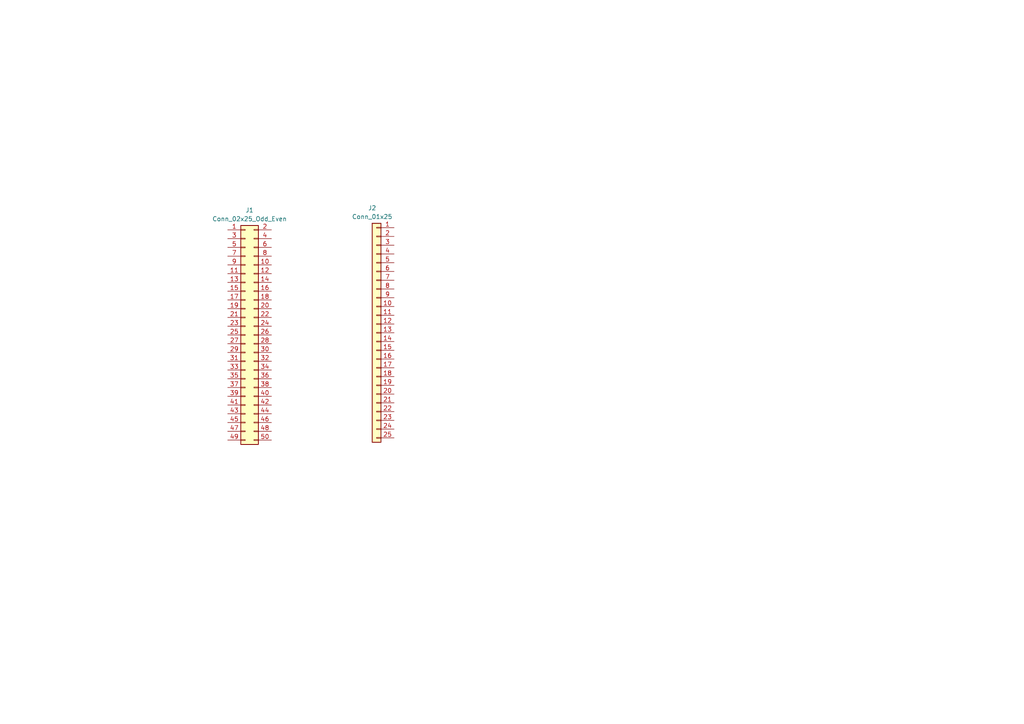
<source format=kicad_sch>
(kicad_sch (version 20230121) (generator eeschema)

  (uuid 533aabac-18f4-473b-a6f8-362f7e34e8ac)

  (paper "A4")

  (lib_symbols
    (symbol "Connector_Generic:Conn_01x25" (pin_names (offset 1.016) hide) (in_bom yes) (on_board yes)
      (property "Reference" "J" (at 0 33.02 0)
        (effects (font (size 1.27 1.27)))
      )
      (property "Value" "Conn_01x25" (at 0 -33.02 0)
        (effects (font (size 1.27 1.27)))
      )
      (property "Footprint" "" (at 0 0 0)
        (effects (font (size 1.27 1.27)) hide)
      )
      (property "Datasheet" "~" (at 0 0 0)
        (effects (font (size 1.27 1.27)) hide)
      )
      (property "ki_keywords" "connector" (at 0 0 0)
        (effects (font (size 1.27 1.27)) hide)
      )
      (property "ki_description" "Generic connector, single row, 01x25, script generated (kicad-library-utils/schlib/autogen/connector/)" (at 0 0 0)
        (effects (font (size 1.27 1.27)) hide)
      )
      (property "ki_fp_filters" "Connector*:*_1x??_*" (at 0 0 0)
        (effects (font (size 1.27 1.27)) hide)
      )
      (symbol "Conn_01x25_1_1"
        (rectangle (start -1.27 -30.353) (end 0 -30.607)
          (stroke (width 0.1524) (type default))
          (fill (type none))
        )
        (rectangle (start -1.27 -27.813) (end 0 -28.067)
          (stroke (width 0.1524) (type default))
          (fill (type none))
        )
        (rectangle (start -1.27 -25.273) (end 0 -25.527)
          (stroke (width 0.1524) (type default))
          (fill (type none))
        )
        (rectangle (start -1.27 -22.733) (end 0 -22.987)
          (stroke (width 0.1524) (type default))
          (fill (type none))
        )
        (rectangle (start -1.27 -20.193) (end 0 -20.447)
          (stroke (width 0.1524) (type default))
          (fill (type none))
        )
        (rectangle (start -1.27 -17.653) (end 0 -17.907)
          (stroke (width 0.1524) (type default))
          (fill (type none))
        )
        (rectangle (start -1.27 -15.113) (end 0 -15.367)
          (stroke (width 0.1524) (type default))
          (fill (type none))
        )
        (rectangle (start -1.27 -12.573) (end 0 -12.827)
          (stroke (width 0.1524) (type default))
          (fill (type none))
        )
        (rectangle (start -1.27 -10.033) (end 0 -10.287)
          (stroke (width 0.1524) (type default))
          (fill (type none))
        )
        (rectangle (start -1.27 -7.493) (end 0 -7.747)
          (stroke (width 0.1524) (type default))
          (fill (type none))
        )
        (rectangle (start -1.27 -4.953) (end 0 -5.207)
          (stroke (width 0.1524) (type default))
          (fill (type none))
        )
        (rectangle (start -1.27 -2.413) (end 0 -2.667)
          (stroke (width 0.1524) (type default))
          (fill (type none))
        )
        (rectangle (start -1.27 0.127) (end 0 -0.127)
          (stroke (width 0.1524) (type default))
          (fill (type none))
        )
        (rectangle (start -1.27 2.667) (end 0 2.413)
          (stroke (width 0.1524) (type default))
          (fill (type none))
        )
        (rectangle (start -1.27 5.207) (end 0 4.953)
          (stroke (width 0.1524) (type default))
          (fill (type none))
        )
        (rectangle (start -1.27 7.747) (end 0 7.493)
          (stroke (width 0.1524) (type default))
          (fill (type none))
        )
        (rectangle (start -1.27 10.287) (end 0 10.033)
          (stroke (width 0.1524) (type default))
          (fill (type none))
        )
        (rectangle (start -1.27 12.827) (end 0 12.573)
          (stroke (width 0.1524) (type default))
          (fill (type none))
        )
        (rectangle (start -1.27 15.367) (end 0 15.113)
          (stroke (width 0.1524) (type default))
          (fill (type none))
        )
        (rectangle (start -1.27 17.907) (end 0 17.653)
          (stroke (width 0.1524) (type default))
          (fill (type none))
        )
        (rectangle (start -1.27 20.447) (end 0 20.193)
          (stroke (width 0.1524) (type default))
          (fill (type none))
        )
        (rectangle (start -1.27 22.987) (end 0 22.733)
          (stroke (width 0.1524) (type default))
          (fill (type none))
        )
        (rectangle (start -1.27 25.527) (end 0 25.273)
          (stroke (width 0.1524) (type default))
          (fill (type none))
        )
        (rectangle (start -1.27 28.067) (end 0 27.813)
          (stroke (width 0.1524) (type default))
          (fill (type none))
        )
        (rectangle (start -1.27 30.607) (end 0 30.353)
          (stroke (width 0.1524) (type default))
          (fill (type none))
        )
        (rectangle (start -1.27 31.75) (end 1.27 -31.75)
          (stroke (width 0.254) (type default))
          (fill (type background))
        )
        (pin passive line (at -5.08 30.48 0) (length 3.81)
          (name "Pin_1" (effects (font (size 1.27 1.27))))
          (number "1" (effects (font (size 1.27 1.27))))
        )
        (pin passive line (at -5.08 7.62 0) (length 3.81)
          (name "Pin_10" (effects (font (size 1.27 1.27))))
          (number "10" (effects (font (size 1.27 1.27))))
        )
        (pin passive line (at -5.08 5.08 0) (length 3.81)
          (name "Pin_11" (effects (font (size 1.27 1.27))))
          (number "11" (effects (font (size 1.27 1.27))))
        )
        (pin passive line (at -5.08 2.54 0) (length 3.81)
          (name "Pin_12" (effects (font (size 1.27 1.27))))
          (number "12" (effects (font (size 1.27 1.27))))
        )
        (pin passive line (at -5.08 0 0) (length 3.81)
          (name "Pin_13" (effects (font (size 1.27 1.27))))
          (number "13" (effects (font (size 1.27 1.27))))
        )
        (pin passive line (at -5.08 -2.54 0) (length 3.81)
          (name "Pin_14" (effects (font (size 1.27 1.27))))
          (number "14" (effects (font (size 1.27 1.27))))
        )
        (pin passive line (at -5.08 -5.08 0) (length 3.81)
          (name "Pin_15" (effects (font (size 1.27 1.27))))
          (number "15" (effects (font (size 1.27 1.27))))
        )
        (pin passive line (at -5.08 -7.62 0) (length 3.81)
          (name "Pin_16" (effects (font (size 1.27 1.27))))
          (number "16" (effects (font (size 1.27 1.27))))
        )
        (pin passive line (at -5.08 -10.16 0) (length 3.81)
          (name "Pin_17" (effects (font (size 1.27 1.27))))
          (number "17" (effects (font (size 1.27 1.27))))
        )
        (pin passive line (at -5.08 -12.7 0) (length 3.81)
          (name "Pin_18" (effects (font (size 1.27 1.27))))
          (number "18" (effects (font (size 1.27 1.27))))
        )
        (pin passive line (at -5.08 -15.24 0) (length 3.81)
          (name "Pin_19" (effects (font (size 1.27 1.27))))
          (number "19" (effects (font (size 1.27 1.27))))
        )
        (pin passive line (at -5.08 27.94 0) (length 3.81)
          (name "Pin_2" (effects (font (size 1.27 1.27))))
          (number "2" (effects (font (size 1.27 1.27))))
        )
        (pin passive line (at -5.08 -17.78 0) (length 3.81)
          (name "Pin_20" (effects (font (size 1.27 1.27))))
          (number "20" (effects (font (size 1.27 1.27))))
        )
        (pin passive line (at -5.08 -20.32 0) (length 3.81)
          (name "Pin_21" (effects (font (size 1.27 1.27))))
          (number "21" (effects (font (size 1.27 1.27))))
        )
        (pin passive line (at -5.08 -22.86 0) (length 3.81)
          (name "Pin_22" (effects (font (size 1.27 1.27))))
          (number "22" (effects (font (size 1.27 1.27))))
        )
        (pin passive line (at -5.08 -25.4 0) (length 3.81)
          (name "Pin_23" (effects (font (size 1.27 1.27))))
          (number "23" (effects (font (size 1.27 1.27))))
        )
        (pin passive line (at -5.08 -27.94 0) (length 3.81)
          (name "Pin_24" (effects (font (size 1.27 1.27))))
          (number "24" (effects (font (size 1.27 1.27))))
        )
        (pin passive line (at -5.08 -30.48 0) (length 3.81)
          (name "Pin_25" (effects (font (size 1.27 1.27))))
          (number "25" (effects (font (size 1.27 1.27))))
        )
        (pin passive line (at -5.08 25.4 0) (length 3.81)
          (name "Pin_3" (effects (font (size 1.27 1.27))))
          (number "3" (effects (font (size 1.27 1.27))))
        )
        (pin passive line (at -5.08 22.86 0) (length 3.81)
          (name "Pin_4" (effects (font (size 1.27 1.27))))
          (number "4" (effects (font (size 1.27 1.27))))
        )
        (pin passive line (at -5.08 20.32 0) (length 3.81)
          (name "Pin_5" (effects (font (size 1.27 1.27))))
          (number "5" (effects (font (size 1.27 1.27))))
        )
        (pin passive line (at -5.08 17.78 0) (length 3.81)
          (name "Pin_6" (effects (font (size 1.27 1.27))))
          (number "6" (effects (font (size 1.27 1.27))))
        )
        (pin passive line (at -5.08 15.24 0) (length 3.81)
          (name "Pin_7" (effects (font (size 1.27 1.27))))
          (number "7" (effects (font (size 1.27 1.27))))
        )
        (pin passive line (at -5.08 12.7 0) (length 3.81)
          (name "Pin_8" (effects (font (size 1.27 1.27))))
          (number "8" (effects (font (size 1.27 1.27))))
        )
        (pin passive line (at -5.08 10.16 0) (length 3.81)
          (name "Pin_9" (effects (font (size 1.27 1.27))))
          (number "9" (effects (font (size 1.27 1.27))))
        )
      )
    )
    (symbol "Connector_Generic:Conn_02x25_Odd_Even" (pin_names (offset 1.016) hide) (in_bom yes) (on_board yes)
      (property "Reference" "J" (at 1.27 33.02 0)
        (effects (font (size 1.27 1.27)))
      )
      (property "Value" "Conn_02x25_Odd_Even" (at 1.27 -33.02 0)
        (effects (font (size 1.27 1.27)))
      )
      (property "Footprint" "" (at 0 0 0)
        (effects (font (size 1.27 1.27)) hide)
      )
      (property "Datasheet" "~" (at 0 0 0)
        (effects (font (size 1.27 1.27)) hide)
      )
      (property "ki_keywords" "connector" (at 0 0 0)
        (effects (font (size 1.27 1.27)) hide)
      )
      (property "ki_description" "Generic connector, double row, 02x25, odd/even pin numbering scheme (row 1 odd numbers, row 2 even numbers), script generated (kicad-library-utils/schlib/autogen/connector/)" (at 0 0 0)
        (effects (font (size 1.27 1.27)) hide)
      )
      (property "ki_fp_filters" "Connector*:*_2x??_*" (at 0 0 0)
        (effects (font (size 1.27 1.27)) hide)
      )
      (symbol "Conn_02x25_Odd_Even_1_1"
        (rectangle (start -1.27 -30.353) (end 0 -30.607)
          (stroke (width 0.1524) (type default))
          (fill (type none))
        )
        (rectangle (start -1.27 -27.813) (end 0 -28.067)
          (stroke (width 0.1524) (type default))
          (fill (type none))
        )
        (rectangle (start -1.27 -25.273) (end 0 -25.527)
          (stroke (width 0.1524) (type default))
          (fill (type none))
        )
        (rectangle (start -1.27 -22.733) (end 0 -22.987)
          (stroke (width 0.1524) (type default))
          (fill (type none))
        )
        (rectangle (start -1.27 -20.193) (end 0 -20.447)
          (stroke (width 0.1524) (type default))
          (fill (type none))
        )
        (rectangle (start -1.27 -17.653) (end 0 -17.907)
          (stroke (width 0.1524) (type default))
          (fill (type none))
        )
        (rectangle (start -1.27 -15.113) (end 0 -15.367)
          (stroke (width 0.1524) (type default))
          (fill (type none))
        )
        (rectangle (start -1.27 -12.573) (end 0 -12.827)
          (stroke (width 0.1524) (type default))
          (fill (type none))
        )
        (rectangle (start -1.27 -10.033) (end 0 -10.287)
          (stroke (width 0.1524) (type default))
          (fill (type none))
        )
        (rectangle (start -1.27 -7.493) (end 0 -7.747)
          (stroke (width 0.1524) (type default))
          (fill (type none))
        )
        (rectangle (start -1.27 -4.953) (end 0 -5.207)
          (stroke (width 0.1524) (type default))
          (fill (type none))
        )
        (rectangle (start -1.27 -2.413) (end 0 -2.667)
          (stroke (width 0.1524) (type default))
          (fill (type none))
        )
        (rectangle (start -1.27 0.127) (end 0 -0.127)
          (stroke (width 0.1524) (type default))
          (fill (type none))
        )
        (rectangle (start -1.27 2.667) (end 0 2.413)
          (stroke (width 0.1524) (type default))
          (fill (type none))
        )
        (rectangle (start -1.27 5.207) (end 0 4.953)
          (stroke (width 0.1524) (type default))
          (fill (type none))
        )
        (rectangle (start -1.27 7.747) (end 0 7.493)
          (stroke (width 0.1524) (type default))
          (fill (type none))
        )
        (rectangle (start -1.27 10.287) (end 0 10.033)
          (stroke (width 0.1524) (type default))
          (fill (type none))
        )
        (rectangle (start -1.27 12.827) (end 0 12.573)
          (stroke (width 0.1524) (type default))
          (fill (type none))
        )
        (rectangle (start -1.27 15.367) (end 0 15.113)
          (stroke (width 0.1524) (type default))
          (fill (type none))
        )
        (rectangle (start -1.27 17.907) (end 0 17.653)
          (stroke (width 0.1524) (type default))
          (fill (type none))
        )
        (rectangle (start -1.27 20.447) (end 0 20.193)
          (stroke (width 0.1524) (type default))
          (fill (type none))
        )
        (rectangle (start -1.27 22.987) (end 0 22.733)
          (stroke (width 0.1524) (type default))
          (fill (type none))
        )
        (rectangle (start -1.27 25.527) (end 0 25.273)
          (stroke (width 0.1524) (type default))
          (fill (type none))
        )
        (rectangle (start -1.27 28.067) (end 0 27.813)
          (stroke (width 0.1524) (type default))
          (fill (type none))
        )
        (rectangle (start -1.27 30.607) (end 0 30.353)
          (stroke (width 0.1524) (type default))
          (fill (type none))
        )
        (rectangle (start -1.27 31.75) (end 3.81 -31.75)
          (stroke (width 0.254) (type default))
          (fill (type background))
        )
        (rectangle (start 3.81 -30.353) (end 2.54 -30.607)
          (stroke (width 0.1524) (type default))
          (fill (type none))
        )
        (rectangle (start 3.81 -27.813) (end 2.54 -28.067)
          (stroke (width 0.1524) (type default))
          (fill (type none))
        )
        (rectangle (start 3.81 -25.273) (end 2.54 -25.527)
          (stroke (width 0.1524) (type default))
          (fill (type none))
        )
        (rectangle (start 3.81 -22.733) (end 2.54 -22.987)
          (stroke (width 0.1524) (type default))
          (fill (type none))
        )
        (rectangle (start 3.81 -20.193) (end 2.54 -20.447)
          (stroke (width 0.1524) (type default))
          (fill (type none))
        )
        (rectangle (start 3.81 -17.653) (end 2.54 -17.907)
          (stroke (width 0.1524) (type default))
          (fill (type none))
        )
        (rectangle (start 3.81 -15.113) (end 2.54 -15.367)
          (stroke (width 0.1524) (type default))
          (fill (type none))
        )
        (rectangle (start 3.81 -12.573) (end 2.54 -12.827)
          (stroke (width 0.1524) (type default))
          (fill (type none))
        )
        (rectangle (start 3.81 -10.033) (end 2.54 -10.287)
          (stroke (width 0.1524) (type default))
          (fill (type none))
        )
        (rectangle (start 3.81 -7.493) (end 2.54 -7.747)
          (stroke (width 0.1524) (type default))
          (fill (type none))
        )
        (rectangle (start 3.81 -4.953) (end 2.54 -5.207)
          (stroke (width 0.1524) (type default))
          (fill (type none))
        )
        (rectangle (start 3.81 -2.413) (end 2.54 -2.667)
          (stroke (width 0.1524) (type default))
          (fill (type none))
        )
        (rectangle (start 3.81 0.127) (end 2.54 -0.127)
          (stroke (width 0.1524) (type default))
          (fill (type none))
        )
        (rectangle (start 3.81 2.667) (end 2.54 2.413)
          (stroke (width 0.1524) (type default))
          (fill (type none))
        )
        (rectangle (start 3.81 5.207) (end 2.54 4.953)
          (stroke (width 0.1524) (type default))
          (fill (type none))
        )
        (rectangle (start 3.81 7.747) (end 2.54 7.493)
          (stroke (width 0.1524) (type default))
          (fill (type none))
        )
        (rectangle (start 3.81 10.287) (end 2.54 10.033)
          (stroke (width 0.1524) (type default))
          (fill (type none))
        )
        (rectangle (start 3.81 12.827) (end 2.54 12.573)
          (stroke (width 0.1524) (type default))
          (fill (type none))
        )
        (rectangle (start 3.81 15.367) (end 2.54 15.113)
          (stroke (width 0.1524) (type default))
          (fill (type none))
        )
        (rectangle (start 3.81 17.907) (end 2.54 17.653)
          (stroke (width 0.1524) (type default))
          (fill (type none))
        )
        (rectangle (start 3.81 20.447) (end 2.54 20.193)
          (stroke (width 0.1524) (type default))
          (fill (type none))
        )
        (rectangle (start 3.81 22.987) (end 2.54 22.733)
          (stroke (width 0.1524) (type default))
          (fill (type none))
        )
        (rectangle (start 3.81 25.527) (end 2.54 25.273)
          (stroke (width 0.1524) (type default))
          (fill (type none))
        )
        (rectangle (start 3.81 28.067) (end 2.54 27.813)
          (stroke (width 0.1524) (type default))
          (fill (type none))
        )
        (rectangle (start 3.81 30.607) (end 2.54 30.353)
          (stroke (width 0.1524) (type default))
          (fill (type none))
        )
        (pin passive line (at -5.08 30.48 0) (length 3.81)
          (name "Pin_1" (effects (font (size 1.27 1.27))))
          (number "1" (effects (font (size 1.27 1.27))))
        )
        (pin passive line (at 7.62 20.32 180) (length 3.81)
          (name "Pin_10" (effects (font (size 1.27 1.27))))
          (number "10" (effects (font (size 1.27 1.27))))
        )
        (pin passive line (at -5.08 17.78 0) (length 3.81)
          (name "Pin_11" (effects (font (size 1.27 1.27))))
          (number "11" (effects (font (size 1.27 1.27))))
        )
        (pin passive line (at 7.62 17.78 180) (length 3.81)
          (name "Pin_12" (effects (font (size 1.27 1.27))))
          (number "12" (effects (font (size 1.27 1.27))))
        )
        (pin passive line (at -5.08 15.24 0) (length 3.81)
          (name "Pin_13" (effects (font (size 1.27 1.27))))
          (number "13" (effects (font (size 1.27 1.27))))
        )
        (pin passive line (at 7.62 15.24 180) (length 3.81)
          (name "Pin_14" (effects (font (size 1.27 1.27))))
          (number "14" (effects (font (size 1.27 1.27))))
        )
        (pin passive line (at -5.08 12.7 0) (length 3.81)
          (name "Pin_15" (effects (font (size 1.27 1.27))))
          (number "15" (effects (font (size 1.27 1.27))))
        )
        (pin passive line (at 7.62 12.7 180) (length 3.81)
          (name "Pin_16" (effects (font (size 1.27 1.27))))
          (number "16" (effects (font (size 1.27 1.27))))
        )
        (pin passive line (at -5.08 10.16 0) (length 3.81)
          (name "Pin_17" (effects (font (size 1.27 1.27))))
          (number "17" (effects (font (size 1.27 1.27))))
        )
        (pin passive line (at 7.62 10.16 180) (length 3.81)
          (name "Pin_18" (effects (font (size 1.27 1.27))))
          (number "18" (effects (font (size 1.27 1.27))))
        )
        (pin passive line (at -5.08 7.62 0) (length 3.81)
          (name "Pin_19" (effects (font (size 1.27 1.27))))
          (number "19" (effects (font (size 1.27 1.27))))
        )
        (pin passive line (at 7.62 30.48 180) (length 3.81)
          (name "Pin_2" (effects (font (size 1.27 1.27))))
          (number "2" (effects (font (size 1.27 1.27))))
        )
        (pin passive line (at 7.62 7.62 180) (length 3.81)
          (name "Pin_20" (effects (font (size 1.27 1.27))))
          (number "20" (effects (font (size 1.27 1.27))))
        )
        (pin passive line (at -5.08 5.08 0) (length 3.81)
          (name "Pin_21" (effects (font (size 1.27 1.27))))
          (number "21" (effects (font (size 1.27 1.27))))
        )
        (pin passive line (at 7.62 5.08 180) (length 3.81)
          (name "Pin_22" (effects (font (size 1.27 1.27))))
          (number "22" (effects (font (size 1.27 1.27))))
        )
        (pin passive line (at -5.08 2.54 0) (length 3.81)
          (name "Pin_23" (effects (font (size 1.27 1.27))))
          (number "23" (effects (font (size 1.27 1.27))))
        )
        (pin passive line (at 7.62 2.54 180) (length 3.81)
          (name "Pin_24" (effects (font (size 1.27 1.27))))
          (number "24" (effects (font (size 1.27 1.27))))
        )
        (pin passive line (at -5.08 0 0) (length 3.81)
          (name "Pin_25" (effects (font (size 1.27 1.27))))
          (number "25" (effects (font (size 1.27 1.27))))
        )
        (pin passive line (at 7.62 0 180) (length 3.81)
          (name "Pin_26" (effects (font (size 1.27 1.27))))
          (number "26" (effects (font (size 1.27 1.27))))
        )
        (pin passive line (at -5.08 -2.54 0) (length 3.81)
          (name "Pin_27" (effects (font (size 1.27 1.27))))
          (number "27" (effects (font (size 1.27 1.27))))
        )
        (pin passive line (at 7.62 -2.54 180) (length 3.81)
          (name "Pin_28" (effects (font (size 1.27 1.27))))
          (number "28" (effects (font (size 1.27 1.27))))
        )
        (pin passive line (at -5.08 -5.08 0) (length 3.81)
          (name "Pin_29" (effects (font (size 1.27 1.27))))
          (number "29" (effects (font (size 1.27 1.27))))
        )
        (pin passive line (at -5.08 27.94 0) (length 3.81)
          (name "Pin_3" (effects (font (size 1.27 1.27))))
          (number "3" (effects (font (size 1.27 1.27))))
        )
        (pin passive line (at 7.62 -5.08 180) (length 3.81)
          (name "Pin_30" (effects (font (size 1.27 1.27))))
          (number "30" (effects (font (size 1.27 1.27))))
        )
        (pin passive line (at -5.08 -7.62 0) (length 3.81)
          (name "Pin_31" (effects (font (size 1.27 1.27))))
          (number "31" (effects (font (size 1.27 1.27))))
        )
        (pin passive line (at 7.62 -7.62 180) (length 3.81)
          (name "Pin_32" (effects (font (size 1.27 1.27))))
          (number "32" (effects (font (size 1.27 1.27))))
        )
        (pin passive line (at -5.08 -10.16 0) (length 3.81)
          (name "Pin_33" (effects (font (size 1.27 1.27))))
          (number "33" (effects (font (size 1.27 1.27))))
        )
        (pin passive line (at 7.62 -10.16 180) (length 3.81)
          (name "Pin_34" (effects (font (size 1.27 1.27))))
          (number "34" (effects (font (size 1.27 1.27))))
        )
        (pin passive line (at -5.08 -12.7 0) (length 3.81)
          (name "Pin_35" (effects (font (size 1.27 1.27))))
          (number "35" (effects (font (size 1.27 1.27))))
        )
        (pin passive line (at 7.62 -12.7 180) (length 3.81)
          (name "Pin_36" (effects (font (size 1.27 1.27))))
          (number "36" (effects (font (size 1.27 1.27))))
        )
        (pin passive line (at -5.08 -15.24 0) (length 3.81)
          (name "Pin_37" (effects (font (size 1.27 1.27))))
          (number "37" (effects (font (size 1.27 1.27))))
        )
        (pin passive line (at 7.62 -15.24 180) (length 3.81)
          (name "Pin_38" (effects (font (size 1.27 1.27))))
          (number "38" (effects (font (size 1.27 1.27))))
        )
        (pin passive line (at -5.08 -17.78 0) (length 3.81)
          (name "Pin_39" (effects (font (size 1.27 1.27))))
          (number "39" (effects (font (size 1.27 1.27))))
        )
        (pin passive line (at 7.62 27.94 180) (length 3.81)
          (name "Pin_4" (effects (font (size 1.27 1.27))))
          (number "4" (effects (font (size 1.27 1.27))))
        )
        (pin passive line (at 7.62 -17.78 180) (length 3.81)
          (name "Pin_40" (effects (font (size 1.27 1.27))))
          (number "40" (effects (font (size 1.27 1.27))))
        )
        (pin passive line (at -5.08 -20.32 0) (length 3.81)
          (name "Pin_41" (effects (font (size 1.27 1.27))))
          (number "41" (effects (font (size 1.27 1.27))))
        )
        (pin passive line (at 7.62 -20.32 180) (length 3.81)
          (name "Pin_42" (effects (font (size 1.27 1.27))))
          (number "42" (effects (font (size 1.27 1.27))))
        )
        (pin passive line (at -5.08 -22.86 0) (length 3.81)
          (name "Pin_43" (effects (font (size 1.27 1.27))))
          (number "43" (effects (font (size 1.27 1.27))))
        )
        (pin passive line (at 7.62 -22.86 180) (length 3.81)
          (name "Pin_44" (effects (font (size 1.27 1.27))))
          (number "44" (effects (font (size 1.27 1.27))))
        )
        (pin passive line (at -5.08 -25.4 0) (length 3.81)
          (name "Pin_45" (effects (font (size 1.27 1.27))))
          (number "45" (effects (font (size 1.27 1.27))))
        )
        (pin passive line (at 7.62 -25.4 180) (length 3.81)
          (name "Pin_46" (effects (font (size 1.27 1.27))))
          (number "46" (effects (font (size 1.27 1.27))))
        )
        (pin passive line (at -5.08 -27.94 0) (length 3.81)
          (name "Pin_47" (effects (font (size 1.27 1.27))))
          (number "47" (effects (font (size 1.27 1.27))))
        )
        (pin passive line (at 7.62 -27.94 180) (length 3.81)
          (name "Pin_48" (effects (font (size 1.27 1.27))))
          (number "48" (effects (font (size 1.27 1.27))))
        )
        (pin passive line (at -5.08 -30.48 0) (length 3.81)
          (name "Pin_49" (effects (font (size 1.27 1.27))))
          (number "49" (effects (font (size 1.27 1.27))))
        )
        (pin passive line (at -5.08 25.4 0) (length 3.81)
          (name "Pin_5" (effects (font (size 1.27 1.27))))
          (number "5" (effects (font (size 1.27 1.27))))
        )
        (pin passive line (at 7.62 -30.48 180) (length 3.81)
          (name "Pin_50" (effects (font (size 1.27 1.27))))
          (number "50" (effects (font (size 1.27 1.27))))
        )
        (pin passive line (at 7.62 25.4 180) (length 3.81)
          (name "Pin_6" (effects (font (size 1.27 1.27))))
          (number "6" (effects (font (size 1.27 1.27))))
        )
        (pin passive line (at -5.08 22.86 0) (length 3.81)
          (name "Pin_7" (effects (font (size 1.27 1.27))))
          (number "7" (effects (font (size 1.27 1.27))))
        )
        (pin passive line (at 7.62 22.86 180) (length 3.81)
          (name "Pin_8" (effects (font (size 1.27 1.27))))
          (number "8" (effects (font (size 1.27 1.27))))
        )
        (pin passive line (at -5.08 20.32 0) (length 3.81)
          (name "Pin_9" (effects (font (size 1.27 1.27))))
          (number "9" (effects (font (size 1.27 1.27))))
        )
      )
    )
  )


  (symbol (lib_id "Connector_Generic:Conn_01x25") (at 109.22 96.52 0) (mirror y) (unit 1)
    (in_bom yes) (on_board yes) (dnp no)
    (uuid 27aecc7a-94a5-43d6-bc38-fe7993ee5851)
    (property "Reference" "J2" (at 107.95 60.325 0)
      (effects (font (size 1.27 1.27)))
    )
    (property "Value" "Conn_01x25" (at 107.95 62.865 0)
      (effects (font (size 1.27 1.27)))
    )
    (property "Footprint" "Connector_Dsub:DSUB-25_Male_Vertical_P2.77x2.84mm" (at 109.22 96.52 0)
      (effects (font (size 1.27 1.27)) hide)
    )
    (property "Datasheet" "~" (at 109.22 96.52 0)
      (effects (font (size 1.27 1.27)) hide)
    )
    (pin "1" (uuid 8a829b00-0d99-4cab-b916-88e7c7c38144))
    (pin "10" (uuid 870513f3-04f7-490c-85e5-1d6144bc07fd))
    (pin "11" (uuid 77256b91-3a17-4852-8dd2-f9fcbfc080db))
    (pin "12" (uuid bae81a1b-d471-4c87-bbb0-57e89854d78b))
    (pin "13" (uuid 9ed20525-cbaa-45d9-93da-323a5294cdd7))
    (pin "14" (uuid 16679e0c-2c29-4670-b7e6-551cf95c36d5))
    (pin "15" (uuid afa4424e-a274-4519-a6db-6fcc0aef8659))
    (pin "16" (uuid d073137d-6e08-4d26-98ae-ac1106fa8b5d))
    (pin "17" (uuid 754a3192-d59f-4783-8a59-ccaebba79840))
    (pin "18" (uuid ab21f808-ab79-4d76-99ba-348774f11fa4))
    (pin "19" (uuid 0d71ca9a-7e48-439d-96e9-f6c43157553b))
    (pin "2" (uuid d133a2cf-0caf-44b9-ae11-61f976ece37e))
    (pin "20" (uuid d2130ea1-ee4f-4100-a4fa-732400dae627))
    (pin "21" (uuid 01114ba3-88ba-4e4c-96f2-8008e6c7b48b))
    (pin "22" (uuid 057fcfd7-a252-41ca-a56f-084302697285))
    (pin "23" (uuid 93422f23-c73f-44a3-a497-221e4836a051))
    (pin "24" (uuid 7db0689b-a0fb-4777-aeb6-8396a627178d))
    (pin "25" (uuid 3617987d-53df-4c06-88d0-e48c9eef3b97))
    (pin "3" (uuid 9d3054b3-a18b-47cc-9ae9-8398bb942bd0))
    (pin "4" (uuid 7b137740-1c00-4eec-a142-e797b9996693))
    (pin "5" (uuid bc8edc99-401c-46ca-8951-2bf5160ea669))
    (pin "6" (uuid 1fa4bd7c-645e-41e6-9269-36329bb5ac27))
    (pin "7" (uuid cd8a3614-6787-47bf-94c8-1ef380e4ab7c))
    (pin "8" (uuid 9de3b13c-3187-4590-9efd-d6ef7d68443d))
    (pin "9" (uuid 7dc6cb19-5c05-4c3a-804a-6ab97bf83bcd))
    (instances
      (project "X68030 Compact SCSI Adapter"
        (path "/7bbbcae0-8187-439d-ab3c-4137162ee1c6"
          (reference "J2") (unit 1)
        )
        (path "/7bbbcae0-8187-439d-ab3c-4137162ee1c6/8f8af9cd-b19e-42f6-9971-93b19a9629b5"
          (reference "J4") (unit 1)
        )
      )
    )
  )

  (symbol (lib_id "Connector_Generic:Conn_02x25_Odd_Even") (at 71.12 97.155 0) (unit 1)
    (in_bom yes) (on_board yes) (dnp no) (fields_autoplaced)
    (uuid fb769701-6a6f-405c-ad49-d2ef3683d935)
    (property "Reference" "J1" (at 72.39 60.96 0)
      (effects (font (size 1.27 1.27)))
    )
    (property "Value" "Conn_02x25_Odd_Even" (at 72.39 63.5 0)
      (effects (font (size 1.27 1.27)))
    )
    (property "Footprint" "Connector_PinHeader_2.00mm:PinHeader_2x25_P2.00mm_Vertical" (at 71.12 97.155 0)
      (effects (font (size 1.27 1.27)) hide)
    )
    (property "Datasheet" "~" (at 71.12 97.155 0)
      (effects (font (size 1.27 1.27)) hide)
    )
    (pin "1" (uuid 3daa1517-fad1-4d9c-803d-c3736fd456f8))
    (pin "10" (uuid b275d367-22ef-46d9-b523-19eec3239426))
    (pin "11" (uuid 915ca204-4085-4792-81c8-b95cce2c284a))
    (pin "12" (uuid 992f4d2b-206c-45b3-9d9d-0f344a46d876))
    (pin "13" (uuid 00cd0611-c650-4d07-889d-3ec7b5457ac8))
    (pin "14" (uuid 993f9c5b-6095-40a6-9334-33b65617aa5f))
    (pin "15" (uuid a8c86240-2940-4b95-b640-06bda387e5e3))
    (pin "16" (uuid d82352f9-6491-46d2-8679-f8de82a7a637))
    (pin "17" (uuid 7d7e36cc-59f2-498f-b9a8-df81fcc632e6))
    (pin "18" (uuid 60cf163b-ab80-4010-b935-d7f5c5055d8b))
    (pin "19" (uuid 9b0dc549-6aeb-4fb9-bd9c-511b5d780f5f))
    (pin "2" (uuid aa353f36-89ff-4a41-b808-3f0b9b127a97))
    (pin "20" (uuid ab2de451-6806-4085-901c-c6a62eaa64fd))
    (pin "21" (uuid 816d9cd5-4714-44eb-84ac-ac93a20a5dbd))
    (pin "22" (uuid 2c74cb8d-be45-47dd-86d1-729ed0c0ae8a))
    (pin "23" (uuid e75169b7-e1d8-4c15-b204-440359162c3d))
    (pin "24" (uuid 07592c1a-aa93-4946-93a2-991334e3372f))
    (pin "25" (uuid 40f907bc-6d91-4ed1-933c-e86b6fc299a5))
    (pin "26" (uuid b4b856b7-c883-429d-a129-8179fe5d3c4c))
    (pin "27" (uuid b54c98ce-798b-45e6-b3ca-a124e2dccc73))
    (pin "28" (uuid daf62d92-e2e7-4c3b-b097-8b3e8f70f8f0))
    (pin "29" (uuid 8fdc5d18-775f-4925-bdf2-78739cec5def))
    (pin "3" (uuid 0aae9601-1fb4-490b-8ed5-81ef81f43661))
    (pin "30" (uuid dc34007f-3fb7-4b42-ae85-f09a0224ed85))
    (pin "31" (uuid 1088fc11-7419-4e81-a918-24a49f5130cd))
    (pin "32" (uuid e7a339cd-3f6f-44b3-b5dd-5ffcde236926))
    (pin "33" (uuid 4ef2a031-2c5f-4afe-a616-7f6d99c5b163))
    (pin "34" (uuid aca23cb4-cfa7-4b41-8c90-006c33fa6f8a))
    (pin "35" (uuid 3be6f496-8733-463c-afb8-23f617a6d38b))
    (pin "36" (uuid 10fc8ed1-cacc-461b-9ba3-0efcb8de5db8))
    (pin "37" (uuid 78def800-b34e-4fef-a62f-3fcef9f3fe6f))
    (pin "38" (uuid 2f3c4198-a278-4815-a711-6ea24462d1bc))
    (pin "39" (uuid 4fe52ec3-6b48-4126-b321-35a98dc6519c))
    (pin "4" (uuid 4d67a6bf-b516-4b94-af6a-279b2442b286))
    (pin "40" (uuid d23b6efd-cf7a-49f8-9eac-67265951cd23))
    (pin "41" (uuid ba1fb0ce-0162-4392-a5a3-7894e9add56b))
    (pin "42" (uuid 4731371a-5bdd-44ec-bda4-172dff610a76))
    (pin "43" (uuid 8602ac9d-dd22-4561-9d42-c4d593bad097))
    (pin "44" (uuid 8e810f9b-3fb9-4fde-9308-79a3d0cf3236))
    (pin "45" (uuid 91737de3-2d2b-4773-b7ed-5c080ab4d7af))
    (pin "46" (uuid 50b1810b-9311-46e1-84ce-2302e94c4c62))
    (pin "47" (uuid be33e4af-7f94-418a-a7b2-ec6fb123e0ae))
    (pin "48" (uuid f4ac9f1d-f57b-4212-b7f3-58b6efbfb843))
    (pin "49" (uuid e86e704c-0249-42eb-aab9-f457df23dffe))
    (pin "5" (uuid cb3fdda4-faf9-4fec-9a38-175291e12694))
    (pin "50" (uuid 0391d3bb-7408-4af6-9af0-2f867fec65cf))
    (pin "6" (uuid ea406c53-47cd-4c54-9d7b-649fac57b1af))
    (pin "7" (uuid c1045439-4f11-486b-944d-77fc44b7734e))
    (pin "8" (uuid 3e6b03cc-6cfd-4026-baf0-f2ac5bcfed91))
    (pin "9" (uuid 085db5a1-f138-4630-bde0-e17da99b4ae3))
    (instances
      (project "X68030 Compact SCSI Adapter"
        (path "/7bbbcae0-8187-439d-ab3c-4137162ee1c6"
          (reference "J1") (unit 1)
        )
        (path "/7bbbcae0-8187-439d-ab3c-4137162ee1c6/8f8af9cd-b19e-42f6-9971-93b19a9629b5"
          (reference "J3") (unit 1)
        )
      )
    )
  )
)

</source>
